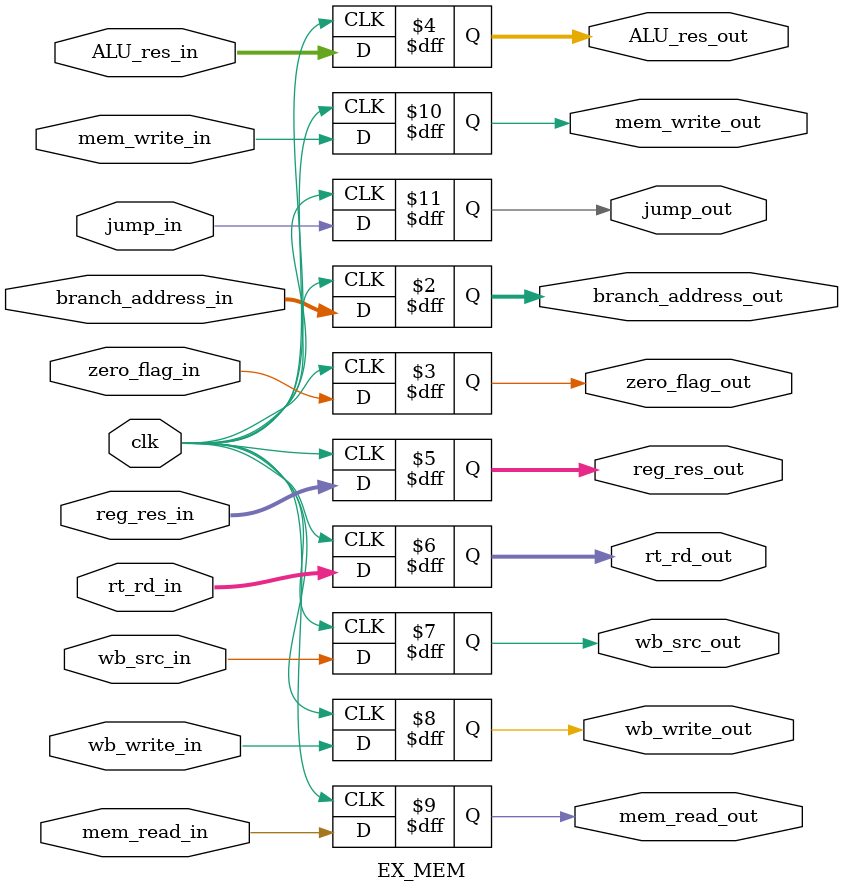
<source format=v>
`timescale 1 ns / 1 ps

module EX_MEM (
	input [31:0] branch_address_in,
	output reg [31:0] branch_address_out,
	input zero_flag_in,
	output reg zero_flag_out,
	input [31:0] ALU_res_in,
	output reg [31:0] ALU_res_out,
	input [31:0] reg_res_in,
	output reg [31:0] reg_res_out,
	input [4:0] rt_rd_in,
	output reg [4:0] rt_rd_out,
	input wb_src_in,
	output reg wb_src_out,
	input wb_write_in,
	output reg wb_write_out,
	input mem_read_in,
	output reg mem_read_out,
	input mem_write_in,
	output reg mem_write_out,
	input jump_in,
	output reg jump_out,
	input clk);
	
	always @(posedge clk)
		begin
			branch_address_out<=branch_address_in;
			zero_flag_out<=zero_flag_in;
			ALU_res_out<=ALU_res_in;
			reg_res_out<=reg_res_in;
			rt_rd_out<=rt_rd_in;
			wb_src_out<=wb_src_in;
			wb_write_out<=wb_write_in;
			mem_read_out<=mem_read_in;
			mem_write_out<=mem_write_in;
			jump_out<=jump_in;
		end
//}} End of automatically maintained section

// -- Enter your statements here -- //

endmodule

</source>
